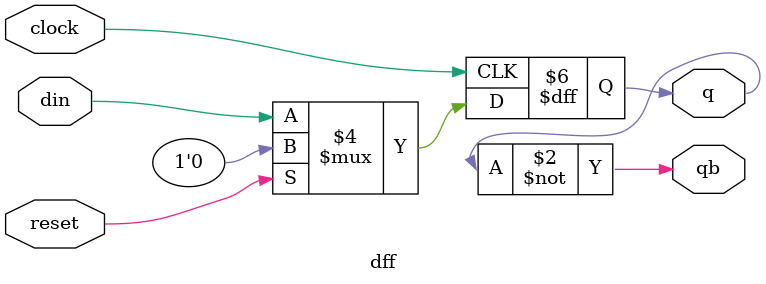
<source format=v>
`timescale 1ns/1ps

module divide_by_2(clockin,reset,clockout);


input clockin,reset;
output clockout;

wire clockoutb;

assign clockoutb = ~clockout;

dff d1(clockoutb,clockin,reset,clockout,clockoutb);

endmodule



module dff(din,clock,reset,q,qb);

input din,clock,reset;
output reg q;
output qb;

always @(posedge clock) 
    begin
        if(reset)
            q<=0;
        else 
            q<=din;
    end

assign qb = ~q;

endmodule
</source>
